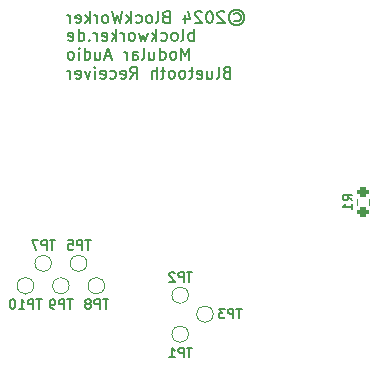
<source format=gbr>
%TF.GenerationSoftware,KiCad,Pcbnew,8.0.5*%
%TF.CreationDate,2025-01-02T11:16:24+01:00*%
%TF.ProjectId,BluetoothReceiver,426c7565-746f-46f7-9468-526563656976,rev?*%
%TF.SameCoordinates,Original*%
%TF.FileFunction,Legend,Bot*%
%TF.FilePolarity,Positive*%
%FSLAX46Y46*%
G04 Gerber Fmt 4.6, Leading zero omitted, Abs format (unit mm)*
G04 Created by KiCad (PCBNEW 8.0.5) date 2025-01-02 11:16:24*
%MOMM*%
%LPD*%
G01*
G04 APERTURE LIST*
G04 Aperture macros list*
%AMRoundRect*
0 Rectangle with rounded corners*
0 $1 Rounding radius*
0 $2 $3 $4 $5 $6 $7 $8 $9 X,Y pos of 4 corners*
0 Add a 4 corners polygon primitive as box body*
4,1,4,$2,$3,$4,$5,$6,$7,$8,$9,$2,$3,0*
0 Add four circle primitives for the rounded corners*
1,1,$1+$1,$2,$3*
1,1,$1+$1,$4,$5*
1,1,$1+$1,$6,$7*
1,1,$1+$1,$8,$9*
0 Add four rect primitives between the rounded corners*
20,1,$1+$1,$2,$3,$4,$5,0*
20,1,$1+$1,$4,$5,$6,$7,0*
20,1,$1+$1,$6,$7,$8,$9,0*
20,1,$1+$1,$8,$9,$2,$3,0*%
G04 Aperture macros list end*
%ADD10C,0.150000*%
%ADD11C,0.120000*%
%ADD12C,0.200000*%
%ADD13C,0.000000*%
%ADD14C,1.000000*%
%ADD15RoundRect,0.200000X0.275000X-0.200000X0.275000X0.200000X-0.275000X0.200000X-0.275000X-0.200000X0*%
G04 APERTURE END LIST*
D10*
X147574875Y-89749847D02*
X147574875Y-88749847D01*
X147574875Y-88749847D02*
X147241542Y-89464132D01*
X147241542Y-89464132D02*
X146908209Y-88749847D01*
X146908209Y-88749847D02*
X146908209Y-89749847D01*
X146289161Y-89749847D02*
X146384399Y-89702228D01*
X146384399Y-89702228D02*
X146432018Y-89654608D01*
X146432018Y-89654608D02*
X146479637Y-89559370D01*
X146479637Y-89559370D02*
X146479637Y-89273656D01*
X146479637Y-89273656D02*
X146432018Y-89178418D01*
X146432018Y-89178418D02*
X146384399Y-89130799D01*
X146384399Y-89130799D02*
X146289161Y-89083180D01*
X146289161Y-89083180D02*
X146146304Y-89083180D01*
X146146304Y-89083180D02*
X146051066Y-89130799D01*
X146051066Y-89130799D02*
X146003447Y-89178418D01*
X146003447Y-89178418D02*
X145955828Y-89273656D01*
X145955828Y-89273656D02*
X145955828Y-89559370D01*
X145955828Y-89559370D02*
X146003447Y-89654608D01*
X146003447Y-89654608D02*
X146051066Y-89702228D01*
X146051066Y-89702228D02*
X146146304Y-89749847D01*
X146146304Y-89749847D02*
X146289161Y-89749847D01*
X145098685Y-89749847D02*
X145098685Y-88749847D01*
X145098685Y-89702228D02*
X145193923Y-89749847D01*
X145193923Y-89749847D02*
X145384399Y-89749847D01*
X145384399Y-89749847D02*
X145479637Y-89702228D01*
X145479637Y-89702228D02*
X145527256Y-89654608D01*
X145527256Y-89654608D02*
X145574875Y-89559370D01*
X145574875Y-89559370D02*
X145574875Y-89273656D01*
X145574875Y-89273656D02*
X145527256Y-89178418D01*
X145527256Y-89178418D02*
X145479637Y-89130799D01*
X145479637Y-89130799D02*
X145384399Y-89083180D01*
X145384399Y-89083180D02*
X145193923Y-89083180D01*
X145193923Y-89083180D02*
X145098685Y-89130799D01*
X144193923Y-89083180D02*
X144193923Y-89749847D01*
X144622494Y-89083180D02*
X144622494Y-89606989D01*
X144622494Y-89606989D02*
X144574875Y-89702228D01*
X144574875Y-89702228D02*
X144479637Y-89749847D01*
X144479637Y-89749847D02*
X144336780Y-89749847D01*
X144336780Y-89749847D02*
X144241542Y-89702228D01*
X144241542Y-89702228D02*
X144193923Y-89654608D01*
X143574875Y-89749847D02*
X143670113Y-89702228D01*
X143670113Y-89702228D02*
X143717732Y-89606989D01*
X143717732Y-89606989D02*
X143717732Y-88749847D01*
X142765351Y-89749847D02*
X142765351Y-89226037D01*
X142765351Y-89226037D02*
X142812970Y-89130799D01*
X142812970Y-89130799D02*
X142908208Y-89083180D01*
X142908208Y-89083180D02*
X143098684Y-89083180D01*
X143098684Y-89083180D02*
X143193922Y-89130799D01*
X142765351Y-89702228D02*
X142860589Y-89749847D01*
X142860589Y-89749847D02*
X143098684Y-89749847D01*
X143098684Y-89749847D02*
X143193922Y-89702228D01*
X143193922Y-89702228D02*
X143241541Y-89606989D01*
X143241541Y-89606989D02*
X143241541Y-89511751D01*
X143241541Y-89511751D02*
X143193922Y-89416513D01*
X143193922Y-89416513D02*
X143098684Y-89368894D01*
X143098684Y-89368894D02*
X142860589Y-89368894D01*
X142860589Y-89368894D02*
X142765351Y-89321275D01*
X142289160Y-89749847D02*
X142289160Y-89083180D01*
X142289160Y-89273656D02*
X142241541Y-89178418D01*
X142241541Y-89178418D02*
X142193922Y-89130799D01*
X142193922Y-89130799D02*
X142098684Y-89083180D01*
X142098684Y-89083180D02*
X142003446Y-89083180D01*
X140955826Y-89464132D02*
X140479636Y-89464132D01*
X141051064Y-89749847D02*
X140717731Y-88749847D01*
X140717731Y-88749847D02*
X140384398Y-89749847D01*
X139622493Y-89083180D02*
X139622493Y-89749847D01*
X140051064Y-89083180D02*
X140051064Y-89606989D01*
X140051064Y-89606989D02*
X140003445Y-89702228D01*
X140003445Y-89702228D02*
X139908207Y-89749847D01*
X139908207Y-89749847D02*
X139765350Y-89749847D01*
X139765350Y-89749847D02*
X139670112Y-89702228D01*
X139670112Y-89702228D02*
X139622493Y-89654608D01*
X138717731Y-89749847D02*
X138717731Y-88749847D01*
X138717731Y-89702228D02*
X138812969Y-89749847D01*
X138812969Y-89749847D02*
X139003445Y-89749847D01*
X139003445Y-89749847D02*
X139098683Y-89702228D01*
X139098683Y-89702228D02*
X139146302Y-89654608D01*
X139146302Y-89654608D02*
X139193921Y-89559370D01*
X139193921Y-89559370D02*
X139193921Y-89273656D01*
X139193921Y-89273656D02*
X139146302Y-89178418D01*
X139146302Y-89178418D02*
X139098683Y-89130799D01*
X139098683Y-89130799D02*
X139003445Y-89083180D01*
X139003445Y-89083180D02*
X138812969Y-89083180D01*
X138812969Y-89083180D02*
X138717731Y-89130799D01*
X138241540Y-89749847D02*
X138241540Y-89083180D01*
X138241540Y-88749847D02*
X138289159Y-88797466D01*
X138289159Y-88797466D02*
X138241540Y-88845085D01*
X138241540Y-88845085D02*
X138193921Y-88797466D01*
X138193921Y-88797466D02*
X138241540Y-88749847D01*
X138241540Y-88749847D02*
X138241540Y-88845085D01*
X137622493Y-89749847D02*
X137717731Y-89702228D01*
X137717731Y-89702228D02*
X137765350Y-89654608D01*
X137765350Y-89654608D02*
X137812969Y-89559370D01*
X137812969Y-89559370D02*
X137812969Y-89273656D01*
X137812969Y-89273656D02*
X137765350Y-89178418D01*
X137765350Y-89178418D02*
X137717731Y-89130799D01*
X137717731Y-89130799D02*
X137622493Y-89083180D01*
X137622493Y-89083180D02*
X137479636Y-89083180D01*
X137479636Y-89083180D02*
X137384398Y-89130799D01*
X137384398Y-89130799D02*
X137336779Y-89178418D01*
X137336779Y-89178418D02*
X137289160Y-89273656D01*
X137289160Y-89273656D02*
X137289160Y-89559370D01*
X137289160Y-89559370D02*
X137336779Y-89654608D01*
X137336779Y-89654608D02*
X137384398Y-89702228D01*
X137384398Y-89702228D02*
X137479636Y-89749847D01*
X137479636Y-89749847D02*
X137622493Y-89749847D01*
X150717734Y-90835981D02*
X150574877Y-90883600D01*
X150574877Y-90883600D02*
X150527258Y-90931219D01*
X150527258Y-90931219D02*
X150479639Y-91026457D01*
X150479639Y-91026457D02*
X150479639Y-91169314D01*
X150479639Y-91169314D02*
X150527258Y-91264552D01*
X150527258Y-91264552D02*
X150574877Y-91312172D01*
X150574877Y-91312172D02*
X150670115Y-91359791D01*
X150670115Y-91359791D02*
X151051067Y-91359791D01*
X151051067Y-91359791D02*
X151051067Y-90359791D01*
X151051067Y-90359791D02*
X150717734Y-90359791D01*
X150717734Y-90359791D02*
X150622496Y-90407410D01*
X150622496Y-90407410D02*
X150574877Y-90455029D01*
X150574877Y-90455029D02*
X150527258Y-90550267D01*
X150527258Y-90550267D02*
X150527258Y-90645505D01*
X150527258Y-90645505D02*
X150574877Y-90740743D01*
X150574877Y-90740743D02*
X150622496Y-90788362D01*
X150622496Y-90788362D02*
X150717734Y-90835981D01*
X150717734Y-90835981D02*
X151051067Y-90835981D01*
X149908210Y-91359791D02*
X150003448Y-91312172D01*
X150003448Y-91312172D02*
X150051067Y-91216933D01*
X150051067Y-91216933D02*
X150051067Y-90359791D01*
X149098686Y-90693124D02*
X149098686Y-91359791D01*
X149527257Y-90693124D02*
X149527257Y-91216933D01*
X149527257Y-91216933D02*
X149479638Y-91312172D01*
X149479638Y-91312172D02*
X149384400Y-91359791D01*
X149384400Y-91359791D02*
X149241543Y-91359791D01*
X149241543Y-91359791D02*
X149146305Y-91312172D01*
X149146305Y-91312172D02*
X149098686Y-91264552D01*
X148241543Y-91312172D02*
X148336781Y-91359791D01*
X148336781Y-91359791D02*
X148527257Y-91359791D01*
X148527257Y-91359791D02*
X148622495Y-91312172D01*
X148622495Y-91312172D02*
X148670114Y-91216933D01*
X148670114Y-91216933D02*
X148670114Y-90835981D01*
X148670114Y-90835981D02*
X148622495Y-90740743D01*
X148622495Y-90740743D02*
X148527257Y-90693124D01*
X148527257Y-90693124D02*
X148336781Y-90693124D01*
X148336781Y-90693124D02*
X148241543Y-90740743D01*
X148241543Y-90740743D02*
X148193924Y-90835981D01*
X148193924Y-90835981D02*
X148193924Y-90931219D01*
X148193924Y-90931219D02*
X148670114Y-91026457D01*
X147908209Y-90693124D02*
X147527257Y-90693124D01*
X147765352Y-90359791D02*
X147765352Y-91216933D01*
X147765352Y-91216933D02*
X147717733Y-91312172D01*
X147717733Y-91312172D02*
X147622495Y-91359791D01*
X147622495Y-91359791D02*
X147527257Y-91359791D01*
X147051066Y-91359791D02*
X147146304Y-91312172D01*
X147146304Y-91312172D02*
X147193923Y-91264552D01*
X147193923Y-91264552D02*
X147241542Y-91169314D01*
X147241542Y-91169314D02*
X147241542Y-90883600D01*
X147241542Y-90883600D02*
X147193923Y-90788362D01*
X147193923Y-90788362D02*
X147146304Y-90740743D01*
X147146304Y-90740743D02*
X147051066Y-90693124D01*
X147051066Y-90693124D02*
X146908209Y-90693124D01*
X146908209Y-90693124D02*
X146812971Y-90740743D01*
X146812971Y-90740743D02*
X146765352Y-90788362D01*
X146765352Y-90788362D02*
X146717733Y-90883600D01*
X146717733Y-90883600D02*
X146717733Y-91169314D01*
X146717733Y-91169314D02*
X146765352Y-91264552D01*
X146765352Y-91264552D02*
X146812971Y-91312172D01*
X146812971Y-91312172D02*
X146908209Y-91359791D01*
X146908209Y-91359791D02*
X147051066Y-91359791D01*
X146146304Y-91359791D02*
X146241542Y-91312172D01*
X146241542Y-91312172D02*
X146289161Y-91264552D01*
X146289161Y-91264552D02*
X146336780Y-91169314D01*
X146336780Y-91169314D02*
X146336780Y-90883600D01*
X146336780Y-90883600D02*
X146289161Y-90788362D01*
X146289161Y-90788362D02*
X146241542Y-90740743D01*
X146241542Y-90740743D02*
X146146304Y-90693124D01*
X146146304Y-90693124D02*
X146003447Y-90693124D01*
X146003447Y-90693124D02*
X145908209Y-90740743D01*
X145908209Y-90740743D02*
X145860590Y-90788362D01*
X145860590Y-90788362D02*
X145812971Y-90883600D01*
X145812971Y-90883600D02*
X145812971Y-91169314D01*
X145812971Y-91169314D02*
X145860590Y-91264552D01*
X145860590Y-91264552D02*
X145908209Y-91312172D01*
X145908209Y-91312172D02*
X146003447Y-91359791D01*
X146003447Y-91359791D02*
X146146304Y-91359791D01*
X145527256Y-90693124D02*
X145146304Y-90693124D01*
X145384399Y-90359791D02*
X145384399Y-91216933D01*
X145384399Y-91216933D02*
X145336780Y-91312172D01*
X145336780Y-91312172D02*
X145241542Y-91359791D01*
X145241542Y-91359791D02*
X145146304Y-91359791D01*
X144812970Y-91359791D02*
X144812970Y-90359791D01*
X144384399Y-91359791D02*
X144384399Y-90835981D01*
X144384399Y-90835981D02*
X144432018Y-90740743D01*
X144432018Y-90740743D02*
X144527256Y-90693124D01*
X144527256Y-90693124D02*
X144670113Y-90693124D01*
X144670113Y-90693124D02*
X144765351Y-90740743D01*
X144765351Y-90740743D02*
X144812970Y-90788362D01*
X142574875Y-91359791D02*
X142908208Y-90883600D01*
X143146303Y-91359791D02*
X143146303Y-90359791D01*
X143146303Y-90359791D02*
X142765351Y-90359791D01*
X142765351Y-90359791D02*
X142670113Y-90407410D01*
X142670113Y-90407410D02*
X142622494Y-90455029D01*
X142622494Y-90455029D02*
X142574875Y-90550267D01*
X142574875Y-90550267D02*
X142574875Y-90693124D01*
X142574875Y-90693124D02*
X142622494Y-90788362D01*
X142622494Y-90788362D02*
X142670113Y-90835981D01*
X142670113Y-90835981D02*
X142765351Y-90883600D01*
X142765351Y-90883600D02*
X143146303Y-90883600D01*
X141765351Y-91312172D02*
X141860589Y-91359791D01*
X141860589Y-91359791D02*
X142051065Y-91359791D01*
X142051065Y-91359791D02*
X142146303Y-91312172D01*
X142146303Y-91312172D02*
X142193922Y-91216933D01*
X142193922Y-91216933D02*
X142193922Y-90835981D01*
X142193922Y-90835981D02*
X142146303Y-90740743D01*
X142146303Y-90740743D02*
X142051065Y-90693124D01*
X142051065Y-90693124D02*
X141860589Y-90693124D01*
X141860589Y-90693124D02*
X141765351Y-90740743D01*
X141765351Y-90740743D02*
X141717732Y-90835981D01*
X141717732Y-90835981D02*
X141717732Y-90931219D01*
X141717732Y-90931219D02*
X142193922Y-91026457D01*
X140860589Y-91312172D02*
X140955827Y-91359791D01*
X140955827Y-91359791D02*
X141146303Y-91359791D01*
X141146303Y-91359791D02*
X141241541Y-91312172D01*
X141241541Y-91312172D02*
X141289160Y-91264552D01*
X141289160Y-91264552D02*
X141336779Y-91169314D01*
X141336779Y-91169314D02*
X141336779Y-90883600D01*
X141336779Y-90883600D02*
X141289160Y-90788362D01*
X141289160Y-90788362D02*
X141241541Y-90740743D01*
X141241541Y-90740743D02*
X141146303Y-90693124D01*
X141146303Y-90693124D02*
X140955827Y-90693124D01*
X140955827Y-90693124D02*
X140860589Y-90740743D01*
X140051065Y-91312172D02*
X140146303Y-91359791D01*
X140146303Y-91359791D02*
X140336779Y-91359791D01*
X140336779Y-91359791D02*
X140432017Y-91312172D01*
X140432017Y-91312172D02*
X140479636Y-91216933D01*
X140479636Y-91216933D02*
X140479636Y-90835981D01*
X140479636Y-90835981D02*
X140432017Y-90740743D01*
X140432017Y-90740743D02*
X140336779Y-90693124D01*
X140336779Y-90693124D02*
X140146303Y-90693124D01*
X140146303Y-90693124D02*
X140051065Y-90740743D01*
X140051065Y-90740743D02*
X140003446Y-90835981D01*
X140003446Y-90835981D02*
X140003446Y-90931219D01*
X140003446Y-90931219D02*
X140479636Y-91026457D01*
X139574874Y-91359791D02*
X139574874Y-90693124D01*
X139574874Y-90359791D02*
X139622493Y-90407410D01*
X139622493Y-90407410D02*
X139574874Y-90455029D01*
X139574874Y-90455029D02*
X139527255Y-90407410D01*
X139527255Y-90407410D02*
X139574874Y-90359791D01*
X139574874Y-90359791D02*
X139574874Y-90455029D01*
X139193922Y-90693124D02*
X138955827Y-91359791D01*
X138955827Y-91359791D02*
X138717732Y-90693124D01*
X137955827Y-91312172D02*
X138051065Y-91359791D01*
X138051065Y-91359791D02*
X138241541Y-91359791D01*
X138241541Y-91359791D02*
X138336779Y-91312172D01*
X138336779Y-91312172D02*
X138384398Y-91216933D01*
X138384398Y-91216933D02*
X138384398Y-90835981D01*
X138384398Y-90835981D02*
X138336779Y-90740743D01*
X138336779Y-90740743D02*
X138241541Y-90693124D01*
X138241541Y-90693124D02*
X138051065Y-90693124D01*
X138051065Y-90693124D02*
X137955827Y-90740743D01*
X137955827Y-90740743D02*
X137908208Y-90835981D01*
X137908208Y-90835981D02*
X137908208Y-90931219D01*
X137908208Y-90931219D02*
X138384398Y-91026457D01*
X137479636Y-91359791D02*
X137479636Y-90693124D01*
X137479636Y-90883600D02*
X137432017Y-90788362D01*
X137432017Y-90788362D02*
X137384398Y-90740743D01*
X137384398Y-90740743D02*
X137289160Y-90693124D01*
X137289160Y-90693124D02*
X137193922Y-90693124D01*
X151384400Y-85892914D02*
X151479639Y-85845295D01*
X151479639Y-85845295D02*
X151670115Y-85845295D01*
X151670115Y-85845295D02*
X151765353Y-85892914D01*
X151765353Y-85892914D02*
X151860591Y-85988152D01*
X151860591Y-85988152D02*
X151908210Y-86083390D01*
X151908210Y-86083390D02*
X151908210Y-86273866D01*
X151908210Y-86273866D02*
X151860591Y-86369104D01*
X151860591Y-86369104D02*
X151765353Y-86464342D01*
X151765353Y-86464342D02*
X151670115Y-86511961D01*
X151670115Y-86511961D02*
X151479639Y-86511961D01*
X151479639Y-86511961D02*
X151384400Y-86464342D01*
X151574877Y-85511961D02*
X151812972Y-85559580D01*
X151812972Y-85559580D02*
X152051067Y-85702438D01*
X152051067Y-85702438D02*
X152193924Y-85940533D01*
X152193924Y-85940533D02*
X152241543Y-86178628D01*
X152241543Y-86178628D02*
X152193924Y-86416723D01*
X152193924Y-86416723D02*
X152051067Y-86654819D01*
X152051067Y-86654819D02*
X151812972Y-86797676D01*
X151812972Y-86797676D02*
X151574877Y-86845295D01*
X151574877Y-86845295D02*
X151336781Y-86797676D01*
X151336781Y-86797676D02*
X151098686Y-86654819D01*
X151098686Y-86654819D02*
X150955829Y-86416723D01*
X150955829Y-86416723D02*
X150908210Y-86178628D01*
X150908210Y-86178628D02*
X150955829Y-85940533D01*
X150955829Y-85940533D02*
X151098686Y-85702438D01*
X151098686Y-85702438D02*
X151336781Y-85559580D01*
X151336781Y-85559580D02*
X151574877Y-85511961D01*
X150527257Y-85750057D02*
X150479638Y-85702438D01*
X150479638Y-85702438D02*
X150384400Y-85654819D01*
X150384400Y-85654819D02*
X150146305Y-85654819D01*
X150146305Y-85654819D02*
X150051067Y-85702438D01*
X150051067Y-85702438D02*
X150003448Y-85750057D01*
X150003448Y-85750057D02*
X149955829Y-85845295D01*
X149955829Y-85845295D02*
X149955829Y-85940533D01*
X149955829Y-85940533D02*
X150003448Y-86083390D01*
X150003448Y-86083390D02*
X150574876Y-86654819D01*
X150574876Y-86654819D02*
X149955829Y-86654819D01*
X149336781Y-85654819D02*
X149241543Y-85654819D01*
X149241543Y-85654819D02*
X149146305Y-85702438D01*
X149146305Y-85702438D02*
X149098686Y-85750057D01*
X149098686Y-85750057D02*
X149051067Y-85845295D01*
X149051067Y-85845295D02*
X149003448Y-86035771D01*
X149003448Y-86035771D02*
X149003448Y-86273866D01*
X149003448Y-86273866D02*
X149051067Y-86464342D01*
X149051067Y-86464342D02*
X149098686Y-86559580D01*
X149098686Y-86559580D02*
X149146305Y-86607200D01*
X149146305Y-86607200D02*
X149241543Y-86654819D01*
X149241543Y-86654819D02*
X149336781Y-86654819D01*
X149336781Y-86654819D02*
X149432019Y-86607200D01*
X149432019Y-86607200D02*
X149479638Y-86559580D01*
X149479638Y-86559580D02*
X149527257Y-86464342D01*
X149527257Y-86464342D02*
X149574876Y-86273866D01*
X149574876Y-86273866D02*
X149574876Y-86035771D01*
X149574876Y-86035771D02*
X149527257Y-85845295D01*
X149527257Y-85845295D02*
X149479638Y-85750057D01*
X149479638Y-85750057D02*
X149432019Y-85702438D01*
X149432019Y-85702438D02*
X149336781Y-85654819D01*
X148622495Y-85750057D02*
X148574876Y-85702438D01*
X148574876Y-85702438D02*
X148479638Y-85654819D01*
X148479638Y-85654819D02*
X148241543Y-85654819D01*
X148241543Y-85654819D02*
X148146305Y-85702438D01*
X148146305Y-85702438D02*
X148098686Y-85750057D01*
X148098686Y-85750057D02*
X148051067Y-85845295D01*
X148051067Y-85845295D02*
X148051067Y-85940533D01*
X148051067Y-85940533D02*
X148098686Y-86083390D01*
X148098686Y-86083390D02*
X148670114Y-86654819D01*
X148670114Y-86654819D02*
X148051067Y-86654819D01*
X147193924Y-85988152D02*
X147193924Y-86654819D01*
X147432019Y-85607200D02*
X147670114Y-86321485D01*
X147670114Y-86321485D02*
X147051067Y-86321485D01*
X145574876Y-86131009D02*
X145432019Y-86178628D01*
X145432019Y-86178628D02*
X145384400Y-86226247D01*
X145384400Y-86226247D02*
X145336781Y-86321485D01*
X145336781Y-86321485D02*
X145336781Y-86464342D01*
X145336781Y-86464342D02*
X145384400Y-86559580D01*
X145384400Y-86559580D02*
X145432019Y-86607200D01*
X145432019Y-86607200D02*
X145527257Y-86654819D01*
X145527257Y-86654819D02*
X145908209Y-86654819D01*
X145908209Y-86654819D02*
X145908209Y-85654819D01*
X145908209Y-85654819D02*
X145574876Y-85654819D01*
X145574876Y-85654819D02*
X145479638Y-85702438D01*
X145479638Y-85702438D02*
X145432019Y-85750057D01*
X145432019Y-85750057D02*
X145384400Y-85845295D01*
X145384400Y-85845295D02*
X145384400Y-85940533D01*
X145384400Y-85940533D02*
X145432019Y-86035771D01*
X145432019Y-86035771D02*
X145479638Y-86083390D01*
X145479638Y-86083390D02*
X145574876Y-86131009D01*
X145574876Y-86131009D02*
X145908209Y-86131009D01*
X144765352Y-86654819D02*
X144860590Y-86607200D01*
X144860590Y-86607200D02*
X144908209Y-86511961D01*
X144908209Y-86511961D02*
X144908209Y-85654819D01*
X144241542Y-86654819D02*
X144336780Y-86607200D01*
X144336780Y-86607200D02*
X144384399Y-86559580D01*
X144384399Y-86559580D02*
X144432018Y-86464342D01*
X144432018Y-86464342D02*
X144432018Y-86178628D01*
X144432018Y-86178628D02*
X144384399Y-86083390D01*
X144384399Y-86083390D02*
X144336780Y-86035771D01*
X144336780Y-86035771D02*
X144241542Y-85988152D01*
X144241542Y-85988152D02*
X144098685Y-85988152D01*
X144098685Y-85988152D02*
X144003447Y-86035771D01*
X144003447Y-86035771D02*
X143955828Y-86083390D01*
X143955828Y-86083390D02*
X143908209Y-86178628D01*
X143908209Y-86178628D02*
X143908209Y-86464342D01*
X143908209Y-86464342D02*
X143955828Y-86559580D01*
X143955828Y-86559580D02*
X144003447Y-86607200D01*
X144003447Y-86607200D02*
X144098685Y-86654819D01*
X144098685Y-86654819D02*
X144241542Y-86654819D01*
X143051066Y-86607200D02*
X143146304Y-86654819D01*
X143146304Y-86654819D02*
X143336780Y-86654819D01*
X143336780Y-86654819D02*
X143432018Y-86607200D01*
X143432018Y-86607200D02*
X143479637Y-86559580D01*
X143479637Y-86559580D02*
X143527256Y-86464342D01*
X143527256Y-86464342D02*
X143527256Y-86178628D01*
X143527256Y-86178628D02*
X143479637Y-86083390D01*
X143479637Y-86083390D02*
X143432018Y-86035771D01*
X143432018Y-86035771D02*
X143336780Y-85988152D01*
X143336780Y-85988152D02*
X143146304Y-85988152D01*
X143146304Y-85988152D02*
X143051066Y-86035771D01*
X142622494Y-86654819D02*
X142622494Y-85654819D01*
X142527256Y-86273866D02*
X142241542Y-86654819D01*
X142241542Y-85988152D02*
X142622494Y-86369104D01*
X141908208Y-85654819D02*
X141670113Y-86654819D01*
X141670113Y-86654819D02*
X141479637Y-85940533D01*
X141479637Y-85940533D02*
X141289161Y-86654819D01*
X141289161Y-86654819D02*
X141051066Y-85654819D01*
X140527256Y-86654819D02*
X140622494Y-86607200D01*
X140622494Y-86607200D02*
X140670113Y-86559580D01*
X140670113Y-86559580D02*
X140717732Y-86464342D01*
X140717732Y-86464342D02*
X140717732Y-86178628D01*
X140717732Y-86178628D02*
X140670113Y-86083390D01*
X140670113Y-86083390D02*
X140622494Y-86035771D01*
X140622494Y-86035771D02*
X140527256Y-85988152D01*
X140527256Y-85988152D02*
X140384399Y-85988152D01*
X140384399Y-85988152D02*
X140289161Y-86035771D01*
X140289161Y-86035771D02*
X140241542Y-86083390D01*
X140241542Y-86083390D02*
X140193923Y-86178628D01*
X140193923Y-86178628D02*
X140193923Y-86464342D01*
X140193923Y-86464342D02*
X140241542Y-86559580D01*
X140241542Y-86559580D02*
X140289161Y-86607200D01*
X140289161Y-86607200D02*
X140384399Y-86654819D01*
X140384399Y-86654819D02*
X140527256Y-86654819D01*
X139765351Y-86654819D02*
X139765351Y-85988152D01*
X139765351Y-86178628D02*
X139717732Y-86083390D01*
X139717732Y-86083390D02*
X139670113Y-86035771D01*
X139670113Y-86035771D02*
X139574875Y-85988152D01*
X139574875Y-85988152D02*
X139479637Y-85988152D01*
X139146303Y-86654819D02*
X139146303Y-85654819D01*
X139051065Y-86273866D02*
X138765351Y-86654819D01*
X138765351Y-85988152D02*
X139146303Y-86369104D01*
X137955827Y-86607200D02*
X138051065Y-86654819D01*
X138051065Y-86654819D02*
X138241541Y-86654819D01*
X138241541Y-86654819D02*
X138336779Y-86607200D01*
X138336779Y-86607200D02*
X138384398Y-86511961D01*
X138384398Y-86511961D02*
X138384398Y-86131009D01*
X138384398Y-86131009D02*
X138336779Y-86035771D01*
X138336779Y-86035771D02*
X138241541Y-85988152D01*
X138241541Y-85988152D02*
X138051065Y-85988152D01*
X138051065Y-85988152D02*
X137955827Y-86035771D01*
X137955827Y-86035771D02*
X137908208Y-86131009D01*
X137908208Y-86131009D02*
X137908208Y-86226247D01*
X137908208Y-86226247D02*
X138384398Y-86321485D01*
X137479636Y-86654819D02*
X137479636Y-85988152D01*
X137479636Y-86178628D02*
X137432017Y-86083390D01*
X137432017Y-86083390D02*
X137384398Y-86035771D01*
X137384398Y-86035771D02*
X137289160Y-85988152D01*
X137289160Y-85988152D02*
X137193922Y-85988152D01*
X147955828Y-88154819D02*
X147955828Y-87154819D01*
X147955828Y-87535771D02*
X147860590Y-87488152D01*
X147860590Y-87488152D02*
X147670114Y-87488152D01*
X147670114Y-87488152D02*
X147574876Y-87535771D01*
X147574876Y-87535771D02*
X147527257Y-87583390D01*
X147527257Y-87583390D02*
X147479638Y-87678628D01*
X147479638Y-87678628D02*
X147479638Y-87964342D01*
X147479638Y-87964342D02*
X147527257Y-88059580D01*
X147527257Y-88059580D02*
X147574876Y-88107200D01*
X147574876Y-88107200D02*
X147670114Y-88154819D01*
X147670114Y-88154819D02*
X147860590Y-88154819D01*
X147860590Y-88154819D02*
X147955828Y-88107200D01*
X146908209Y-88154819D02*
X147003447Y-88107200D01*
X147003447Y-88107200D02*
X147051066Y-88011961D01*
X147051066Y-88011961D02*
X147051066Y-87154819D01*
X146384399Y-88154819D02*
X146479637Y-88107200D01*
X146479637Y-88107200D02*
X146527256Y-88059580D01*
X146527256Y-88059580D02*
X146574875Y-87964342D01*
X146574875Y-87964342D02*
X146574875Y-87678628D01*
X146574875Y-87678628D02*
X146527256Y-87583390D01*
X146527256Y-87583390D02*
X146479637Y-87535771D01*
X146479637Y-87535771D02*
X146384399Y-87488152D01*
X146384399Y-87488152D02*
X146241542Y-87488152D01*
X146241542Y-87488152D02*
X146146304Y-87535771D01*
X146146304Y-87535771D02*
X146098685Y-87583390D01*
X146098685Y-87583390D02*
X146051066Y-87678628D01*
X146051066Y-87678628D02*
X146051066Y-87964342D01*
X146051066Y-87964342D02*
X146098685Y-88059580D01*
X146098685Y-88059580D02*
X146146304Y-88107200D01*
X146146304Y-88107200D02*
X146241542Y-88154819D01*
X146241542Y-88154819D02*
X146384399Y-88154819D01*
X145193923Y-88107200D02*
X145289161Y-88154819D01*
X145289161Y-88154819D02*
X145479637Y-88154819D01*
X145479637Y-88154819D02*
X145574875Y-88107200D01*
X145574875Y-88107200D02*
X145622494Y-88059580D01*
X145622494Y-88059580D02*
X145670113Y-87964342D01*
X145670113Y-87964342D02*
X145670113Y-87678628D01*
X145670113Y-87678628D02*
X145622494Y-87583390D01*
X145622494Y-87583390D02*
X145574875Y-87535771D01*
X145574875Y-87535771D02*
X145479637Y-87488152D01*
X145479637Y-87488152D02*
X145289161Y-87488152D01*
X145289161Y-87488152D02*
X145193923Y-87535771D01*
X144765351Y-88154819D02*
X144765351Y-87154819D01*
X144670113Y-87773866D02*
X144384399Y-88154819D01*
X144384399Y-87488152D02*
X144765351Y-87869104D01*
X144051065Y-87488152D02*
X143860589Y-88154819D01*
X143860589Y-88154819D02*
X143670113Y-87678628D01*
X143670113Y-87678628D02*
X143479637Y-88154819D01*
X143479637Y-88154819D02*
X143289161Y-87488152D01*
X142765351Y-88154819D02*
X142860589Y-88107200D01*
X142860589Y-88107200D02*
X142908208Y-88059580D01*
X142908208Y-88059580D02*
X142955827Y-87964342D01*
X142955827Y-87964342D02*
X142955827Y-87678628D01*
X142955827Y-87678628D02*
X142908208Y-87583390D01*
X142908208Y-87583390D02*
X142860589Y-87535771D01*
X142860589Y-87535771D02*
X142765351Y-87488152D01*
X142765351Y-87488152D02*
X142622494Y-87488152D01*
X142622494Y-87488152D02*
X142527256Y-87535771D01*
X142527256Y-87535771D02*
X142479637Y-87583390D01*
X142479637Y-87583390D02*
X142432018Y-87678628D01*
X142432018Y-87678628D02*
X142432018Y-87964342D01*
X142432018Y-87964342D02*
X142479637Y-88059580D01*
X142479637Y-88059580D02*
X142527256Y-88107200D01*
X142527256Y-88107200D02*
X142622494Y-88154819D01*
X142622494Y-88154819D02*
X142765351Y-88154819D01*
X142003446Y-88154819D02*
X142003446Y-87488152D01*
X142003446Y-87678628D02*
X141955827Y-87583390D01*
X141955827Y-87583390D02*
X141908208Y-87535771D01*
X141908208Y-87535771D02*
X141812970Y-87488152D01*
X141812970Y-87488152D02*
X141717732Y-87488152D01*
X141384398Y-88154819D02*
X141384398Y-87154819D01*
X141289160Y-87773866D02*
X141003446Y-88154819D01*
X141003446Y-87488152D02*
X141384398Y-87869104D01*
X140193922Y-88107200D02*
X140289160Y-88154819D01*
X140289160Y-88154819D02*
X140479636Y-88154819D01*
X140479636Y-88154819D02*
X140574874Y-88107200D01*
X140574874Y-88107200D02*
X140622493Y-88011961D01*
X140622493Y-88011961D02*
X140622493Y-87631009D01*
X140622493Y-87631009D02*
X140574874Y-87535771D01*
X140574874Y-87535771D02*
X140479636Y-87488152D01*
X140479636Y-87488152D02*
X140289160Y-87488152D01*
X140289160Y-87488152D02*
X140193922Y-87535771D01*
X140193922Y-87535771D02*
X140146303Y-87631009D01*
X140146303Y-87631009D02*
X140146303Y-87726247D01*
X140146303Y-87726247D02*
X140622493Y-87821485D01*
X139717731Y-88154819D02*
X139717731Y-87488152D01*
X139717731Y-87678628D02*
X139670112Y-87583390D01*
X139670112Y-87583390D02*
X139622493Y-87535771D01*
X139622493Y-87535771D02*
X139527255Y-87488152D01*
X139527255Y-87488152D02*
X139432017Y-87488152D01*
X139098683Y-88059580D02*
X139051064Y-88107200D01*
X139051064Y-88107200D02*
X139098683Y-88154819D01*
X139098683Y-88154819D02*
X139146302Y-88107200D01*
X139146302Y-88107200D02*
X139098683Y-88059580D01*
X139098683Y-88059580D02*
X139098683Y-88154819D01*
X138193922Y-88154819D02*
X138193922Y-87154819D01*
X138193922Y-88107200D02*
X138289160Y-88154819D01*
X138289160Y-88154819D02*
X138479636Y-88154819D01*
X138479636Y-88154819D02*
X138574874Y-88107200D01*
X138574874Y-88107200D02*
X138622493Y-88059580D01*
X138622493Y-88059580D02*
X138670112Y-87964342D01*
X138670112Y-87964342D02*
X138670112Y-87678628D01*
X138670112Y-87678628D02*
X138622493Y-87583390D01*
X138622493Y-87583390D02*
X138574874Y-87535771D01*
X138574874Y-87535771D02*
X138479636Y-87488152D01*
X138479636Y-87488152D02*
X138289160Y-87488152D01*
X138289160Y-87488152D02*
X138193922Y-87535771D01*
X137336779Y-88107200D02*
X137432017Y-88154819D01*
X137432017Y-88154819D02*
X137622493Y-88154819D01*
X137622493Y-88154819D02*
X137717731Y-88107200D01*
X137717731Y-88107200D02*
X137765350Y-88011961D01*
X137765350Y-88011961D02*
X137765350Y-87631009D01*
X137765350Y-87631009D02*
X137717731Y-87535771D01*
X137717731Y-87535771D02*
X137622493Y-87488152D01*
X137622493Y-87488152D02*
X137432017Y-87488152D01*
X137432017Y-87488152D02*
X137336779Y-87535771D01*
X137336779Y-87535771D02*
X137289160Y-87631009D01*
X137289160Y-87631009D02*
X137289160Y-87726247D01*
X137289160Y-87726247D02*
X137765350Y-87821485D01*
X135090476Y-110062295D02*
X134633333Y-110062295D01*
X134861905Y-110862295D02*
X134861905Y-110062295D01*
X134366666Y-110862295D02*
X134366666Y-110062295D01*
X134366666Y-110062295D02*
X134061904Y-110062295D01*
X134061904Y-110062295D02*
X133985714Y-110100390D01*
X133985714Y-110100390D02*
X133947619Y-110138485D01*
X133947619Y-110138485D02*
X133909523Y-110214676D01*
X133909523Y-110214676D02*
X133909523Y-110328961D01*
X133909523Y-110328961D02*
X133947619Y-110405152D01*
X133947619Y-110405152D02*
X133985714Y-110443247D01*
X133985714Y-110443247D02*
X134061904Y-110481342D01*
X134061904Y-110481342D02*
X134366666Y-110481342D01*
X133147619Y-110862295D02*
X133604762Y-110862295D01*
X133376190Y-110862295D02*
X133376190Y-110062295D01*
X133376190Y-110062295D02*
X133452381Y-110176580D01*
X133452381Y-110176580D02*
X133528571Y-110252771D01*
X133528571Y-110252771D02*
X133604762Y-110290866D01*
X132652380Y-110062295D02*
X132576190Y-110062295D01*
X132576190Y-110062295D02*
X132499999Y-110100390D01*
X132499999Y-110100390D02*
X132461904Y-110138485D01*
X132461904Y-110138485D02*
X132423809Y-110214676D01*
X132423809Y-110214676D02*
X132385714Y-110367057D01*
X132385714Y-110367057D02*
X132385714Y-110557533D01*
X132385714Y-110557533D02*
X132423809Y-110709914D01*
X132423809Y-110709914D02*
X132461904Y-110786104D01*
X132461904Y-110786104D02*
X132499999Y-110824200D01*
X132499999Y-110824200D02*
X132576190Y-110862295D01*
X132576190Y-110862295D02*
X132652380Y-110862295D01*
X132652380Y-110862295D02*
X132728571Y-110824200D01*
X132728571Y-110824200D02*
X132766666Y-110786104D01*
X132766666Y-110786104D02*
X132804761Y-110709914D01*
X132804761Y-110709914D02*
X132842857Y-110557533D01*
X132842857Y-110557533D02*
X132842857Y-110367057D01*
X132842857Y-110367057D02*
X132804761Y-110214676D01*
X132804761Y-110214676D02*
X132766666Y-110138485D01*
X132766666Y-110138485D02*
X132728571Y-110100390D01*
X132728571Y-110100390D02*
X132652380Y-110062295D01*
X137709523Y-110062295D02*
X137252380Y-110062295D01*
X137480952Y-110862295D02*
X137480952Y-110062295D01*
X136985713Y-110862295D02*
X136985713Y-110062295D01*
X136985713Y-110062295D02*
X136680951Y-110062295D01*
X136680951Y-110062295D02*
X136604761Y-110100390D01*
X136604761Y-110100390D02*
X136566666Y-110138485D01*
X136566666Y-110138485D02*
X136528570Y-110214676D01*
X136528570Y-110214676D02*
X136528570Y-110328961D01*
X136528570Y-110328961D02*
X136566666Y-110405152D01*
X136566666Y-110405152D02*
X136604761Y-110443247D01*
X136604761Y-110443247D02*
X136680951Y-110481342D01*
X136680951Y-110481342D02*
X136985713Y-110481342D01*
X136147618Y-110862295D02*
X135995237Y-110862295D01*
X135995237Y-110862295D02*
X135919047Y-110824200D01*
X135919047Y-110824200D02*
X135880951Y-110786104D01*
X135880951Y-110786104D02*
X135804761Y-110671819D01*
X135804761Y-110671819D02*
X135766666Y-110519438D01*
X135766666Y-110519438D02*
X135766666Y-110214676D01*
X135766666Y-110214676D02*
X135804761Y-110138485D01*
X135804761Y-110138485D02*
X135842856Y-110100390D01*
X135842856Y-110100390D02*
X135919047Y-110062295D01*
X135919047Y-110062295D02*
X136071428Y-110062295D01*
X136071428Y-110062295D02*
X136147618Y-110100390D01*
X136147618Y-110100390D02*
X136185713Y-110138485D01*
X136185713Y-110138485D02*
X136223809Y-110214676D01*
X136223809Y-110214676D02*
X136223809Y-110405152D01*
X136223809Y-110405152D02*
X136185713Y-110481342D01*
X136185713Y-110481342D02*
X136147618Y-110519438D01*
X136147618Y-110519438D02*
X136071428Y-110557533D01*
X136071428Y-110557533D02*
X135919047Y-110557533D01*
X135919047Y-110557533D02*
X135842856Y-110519438D01*
X135842856Y-110519438D02*
X135804761Y-110481342D01*
X135804761Y-110481342D02*
X135766666Y-110405152D01*
X140709523Y-110062295D02*
X140252380Y-110062295D01*
X140480952Y-110862295D02*
X140480952Y-110062295D01*
X139985713Y-110862295D02*
X139985713Y-110062295D01*
X139985713Y-110062295D02*
X139680951Y-110062295D01*
X139680951Y-110062295D02*
X139604761Y-110100390D01*
X139604761Y-110100390D02*
X139566666Y-110138485D01*
X139566666Y-110138485D02*
X139528570Y-110214676D01*
X139528570Y-110214676D02*
X139528570Y-110328961D01*
X139528570Y-110328961D02*
X139566666Y-110405152D01*
X139566666Y-110405152D02*
X139604761Y-110443247D01*
X139604761Y-110443247D02*
X139680951Y-110481342D01*
X139680951Y-110481342D02*
X139985713Y-110481342D01*
X139071428Y-110405152D02*
X139147618Y-110367057D01*
X139147618Y-110367057D02*
X139185713Y-110328961D01*
X139185713Y-110328961D02*
X139223809Y-110252771D01*
X139223809Y-110252771D02*
X139223809Y-110214676D01*
X139223809Y-110214676D02*
X139185713Y-110138485D01*
X139185713Y-110138485D02*
X139147618Y-110100390D01*
X139147618Y-110100390D02*
X139071428Y-110062295D01*
X139071428Y-110062295D02*
X138919047Y-110062295D01*
X138919047Y-110062295D02*
X138842856Y-110100390D01*
X138842856Y-110100390D02*
X138804761Y-110138485D01*
X138804761Y-110138485D02*
X138766666Y-110214676D01*
X138766666Y-110214676D02*
X138766666Y-110252771D01*
X138766666Y-110252771D02*
X138804761Y-110328961D01*
X138804761Y-110328961D02*
X138842856Y-110367057D01*
X138842856Y-110367057D02*
X138919047Y-110405152D01*
X138919047Y-110405152D02*
X139071428Y-110405152D01*
X139071428Y-110405152D02*
X139147618Y-110443247D01*
X139147618Y-110443247D02*
X139185713Y-110481342D01*
X139185713Y-110481342D02*
X139223809Y-110557533D01*
X139223809Y-110557533D02*
X139223809Y-110709914D01*
X139223809Y-110709914D02*
X139185713Y-110786104D01*
X139185713Y-110786104D02*
X139147618Y-110824200D01*
X139147618Y-110824200D02*
X139071428Y-110862295D01*
X139071428Y-110862295D02*
X138919047Y-110862295D01*
X138919047Y-110862295D02*
X138842856Y-110824200D01*
X138842856Y-110824200D02*
X138804761Y-110786104D01*
X138804761Y-110786104D02*
X138766666Y-110709914D01*
X138766666Y-110709914D02*
X138766666Y-110557533D01*
X138766666Y-110557533D02*
X138804761Y-110481342D01*
X138804761Y-110481342D02*
X138842856Y-110443247D01*
X138842856Y-110443247D02*
X138919047Y-110405152D01*
X136209523Y-105062295D02*
X135752380Y-105062295D01*
X135980952Y-105862295D02*
X135980952Y-105062295D01*
X135485713Y-105862295D02*
X135485713Y-105062295D01*
X135485713Y-105062295D02*
X135180951Y-105062295D01*
X135180951Y-105062295D02*
X135104761Y-105100390D01*
X135104761Y-105100390D02*
X135066666Y-105138485D01*
X135066666Y-105138485D02*
X135028570Y-105214676D01*
X135028570Y-105214676D02*
X135028570Y-105328961D01*
X135028570Y-105328961D02*
X135066666Y-105405152D01*
X135066666Y-105405152D02*
X135104761Y-105443247D01*
X135104761Y-105443247D02*
X135180951Y-105481342D01*
X135180951Y-105481342D02*
X135485713Y-105481342D01*
X134761904Y-105062295D02*
X134228570Y-105062295D01*
X134228570Y-105062295D02*
X134571428Y-105862295D01*
X139209523Y-105062295D02*
X138752380Y-105062295D01*
X138980952Y-105862295D02*
X138980952Y-105062295D01*
X138485713Y-105862295D02*
X138485713Y-105062295D01*
X138485713Y-105062295D02*
X138180951Y-105062295D01*
X138180951Y-105062295D02*
X138104761Y-105100390D01*
X138104761Y-105100390D02*
X138066666Y-105138485D01*
X138066666Y-105138485D02*
X138028570Y-105214676D01*
X138028570Y-105214676D02*
X138028570Y-105328961D01*
X138028570Y-105328961D02*
X138066666Y-105405152D01*
X138066666Y-105405152D02*
X138104761Y-105443247D01*
X138104761Y-105443247D02*
X138180951Y-105481342D01*
X138180951Y-105481342D02*
X138485713Y-105481342D01*
X137304761Y-105062295D02*
X137685713Y-105062295D01*
X137685713Y-105062295D02*
X137723809Y-105443247D01*
X137723809Y-105443247D02*
X137685713Y-105405152D01*
X137685713Y-105405152D02*
X137609523Y-105367057D01*
X137609523Y-105367057D02*
X137419047Y-105367057D01*
X137419047Y-105367057D02*
X137342856Y-105405152D01*
X137342856Y-105405152D02*
X137304761Y-105443247D01*
X137304761Y-105443247D02*
X137266666Y-105519438D01*
X137266666Y-105519438D02*
X137266666Y-105709914D01*
X137266666Y-105709914D02*
X137304761Y-105786104D01*
X137304761Y-105786104D02*
X137342856Y-105824200D01*
X137342856Y-105824200D02*
X137419047Y-105862295D01*
X137419047Y-105862295D02*
X137609523Y-105862295D01*
X137609523Y-105862295D02*
X137685713Y-105824200D01*
X137685713Y-105824200D02*
X137723809Y-105786104D01*
X152009523Y-110862295D02*
X151552380Y-110862295D01*
X151780952Y-111662295D02*
X151780952Y-110862295D01*
X151285713Y-111662295D02*
X151285713Y-110862295D01*
X151285713Y-110862295D02*
X150980951Y-110862295D01*
X150980951Y-110862295D02*
X150904761Y-110900390D01*
X150904761Y-110900390D02*
X150866666Y-110938485D01*
X150866666Y-110938485D02*
X150828570Y-111014676D01*
X150828570Y-111014676D02*
X150828570Y-111128961D01*
X150828570Y-111128961D02*
X150866666Y-111205152D01*
X150866666Y-111205152D02*
X150904761Y-111243247D01*
X150904761Y-111243247D02*
X150980951Y-111281342D01*
X150980951Y-111281342D02*
X151285713Y-111281342D01*
X150561904Y-110862295D02*
X150066666Y-110862295D01*
X150066666Y-110862295D02*
X150333332Y-111167057D01*
X150333332Y-111167057D02*
X150219047Y-111167057D01*
X150219047Y-111167057D02*
X150142856Y-111205152D01*
X150142856Y-111205152D02*
X150104761Y-111243247D01*
X150104761Y-111243247D02*
X150066666Y-111319438D01*
X150066666Y-111319438D02*
X150066666Y-111509914D01*
X150066666Y-111509914D02*
X150104761Y-111586104D01*
X150104761Y-111586104D02*
X150142856Y-111624200D01*
X150142856Y-111624200D02*
X150219047Y-111662295D01*
X150219047Y-111662295D02*
X150447618Y-111662295D01*
X150447618Y-111662295D02*
X150523809Y-111624200D01*
X150523809Y-111624200D02*
X150561904Y-111586104D01*
X147809523Y-107762295D02*
X147352380Y-107762295D01*
X147580952Y-108562295D02*
X147580952Y-107762295D01*
X147085713Y-108562295D02*
X147085713Y-107762295D01*
X147085713Y-107762295D02*
X146780951Y-107762295D01*
X146780951Y-107762295D02*
X146704761Y-107800390D01*
X146704761Y-107800390D02*
X146666666Y-107838485D01*
X146666666Y-107838485D02*
X146628570Y-107914676D01*
X146628570Y-107914676D02*
X146628570Y-108028961D01*
X146628570Y-108028961D02*
X146666666Y-108105152D01*
X146666666Y-108105152D02*
X146704761Y-108143247D01*
X146704761Y-108143247D02*
X146780951Y-108181342D01*
X146780951Y-108181342D02*
X147085713Y-108181342D01*
X146323809Y-107838485D02*
X146285713Y-107800390D01*
X146285713Y-107800390D02*
X146209523Y-107762295D01*
X146209523Y-107762295D02*
X146019047Y-107762295D01*
X146019047Y-107762295D02*
X145942856Y-107800390D01*
X145942856Y-107800390D02*
X145904761Y-107838485D01*
X145904761Y-107838485D02*
X145866666Y-107914676D01*
X145866666Y-107914676D02*
X145866666Y-107990866D01*
X145866666Y-107990866D02*
X145904761Y-108105152D01*
X145904761Y-108105152D02*
X146361904Y-108562295D01*
X146361904Y-108562295D02*
X145866666Y-108562295D01*
X147809523Y-114162295D02*
X147352380Y-114162295D01*
X147580952Y-114962295D02*
X147580952Y-114162295D01*
X147085713Y-114962295D02*
X147085713Y-114162295D01*
X147085713Y-114162295D02*
X146780951Y-114162295D01*
X146780951Y-114162295D02*
X146704761Y-114200390D01*
X146704761Y-114200390D02*
X146666666Y-114238485D01*
X146666666Y-114238485D02*
X146628570Y-114314676D01*
X146628570Y-114314676D02*
X146628570Y-114428961D01*
X146628570Y-114428961D02*
X146666666Y-114505152D01*
X146666666Y-114505152D02*
X146704761Y-114543247D01*
X146704761Y-114543247D02*
X146780951Y-114581342D01*
X146780951Y-114581342D02*
X147085713Y-114581342D01*
X145866666Y-114962295D02*
X146323809Y-114962295D01*
X146095237Y-114962295D02*
X146095237Y-114162295D01*
X146095237Y-114162295D02*
X146171428Y-114276580D01*
X146171428Y-114276580D02*
X146247618Y-114352771D01*
X146247618Y-114352771D02*
X146323809Y-114390866D01*
X161362295Y-101666667D02*
X160981342Y-101400000D01*
X161362295Y-101209524D02*
X160562295Y-101209524D01*
X160562295Y-101209524D02*
X160562295Y-101514286D01*
X160562295Y-101514286D02*
X160600390Y-101590476D01*
X160600390Y-101590476D02*
X160638485Y-101628571D01*
X160638485Y-101628571D02*
X160714676Y-101666667D01*
X160714676Y-101666667D02*
X160828961Y-101666667D01*
X160828961Y-101666667D02*
X160905152Y-101628571D01*
X160905152Y-101628571D02*
X160943247Y-101590476D01*
X160943247Y-101590476D02*
X160981342Y-101514286D01*
X160981342Y-101514286D02*
X160981342Y-101209524D01*
X161362295Y-102428571D02*
X161362295Y-101971428D01*
X161362295Y-102200000D02*
X160562295Y-102200000D01*
X160562295Y-102200000D02*
X160676580Y-102123809D01*
X160676580Y-102123809D02*
X160752771Y-102047619D01*
X160752771Y-102047619D02*
X160790866Y-101971428D01*
D11*
%TO.C,TP10*%
X134400000Y-108900000D02*
G75*
G02*
X133000000Y-108900000I-700000J0D01*
G01*
X133000000Y-108900000D02*
G75*
G02*
X134400000Y-108900000I700000J0D01*
G01*
%TO.C,TP9*%
X137400000Y-108900000D02*
G75*
G02*
X136000000Y-108900000I-700000J0D01*
G01*
X136000000Y-108900000D02*
G75*
G02*
X137400000Y-108900000I700000J0D01*
G01*
%TO.C,TP8*%
X140400000Y-108900000D02*
G75*
G02*
X139000000Y-108900000I-700000J0D01*
G01*
X139000000Y-108900000D02*
G75*
G02*
X140400000Y-108900000I700000J0D01*
G01*
%TO.C,TP7*%
X135900000Y-107000000D02*
G75*
G02*
X134500000Y-107000000I-700000J0D01*
G01*
X134500000Y-107000000D02*
G75*
G02*
X135900000Y-107000000I700000J0D01*
G01*
%TO.C,TP5*%
X138900000Y-107000000D02*
G75*
G02*
X137500000Y-107000000I-700000J0D01*
G01*
X137500000Y-107000000D02*
G75*
G02*
X138900000Y-107000000I700000J0D01*
G01*
%TO.C,TP3*%
X149600000Y-111300000D02*
G75*
G02*
X148200000Y-111300000I-700000J0D01*
G01*
X148200000Y-111300000D02*
G75*
G02*
X149600000Y-111300000I700000J0D01*
G01*
%TO.C,TP2*%
X147500000Y-109700000D02*
G75*
G02*
X146100000Y-109700000I-700000J0D01*
G01*
X146100000Y-109700000D02*
G75*
G02*
X147500000Y-109700000I700000J0D01*
G01*
%TO.C,TP1*%
X147500000Y-113000000D02*
G75*
G02*
X146100000Y-113000000I-700000J0D01*
G01*
X146100000Y-113000000D02*
G75*
G02*
X147500000Y-113000000I700000J0D01*
G01*
%TO.C,R1*%
X162822500Y-101562742D02*
X162822500Y-102037258D01*
X161777500Y-101562742D02*
X161777500Y-102037258D01*
%TD*%
%LPC*%
D12*
%TO.C,REF\u002A\u002A*%
X136200000Y-86200000D02*
X136200000Y-91000000D01*
X135400000Y-91800000D01*
X127000000Y-91800000D01*
X126200000Y-91000000D01*
X126200000Y-86200000D01*
X127000000Y-85400000D01*
X135400000Y-85400000D01*
X136200000Y-86200000D01*
D13*
G36*
X135400000Y-87000000D02*
G01*
X133000000Y-87000000D01*
X132600000Y-87400000D01*
X132600000Y-87800000D01*
X133000000Y-88200000D01*
X131800000Y-88200000D01*
X131800000Y-86600000D01*
X132200000Y-86200000D01*
X135400000Y-86200000D01*
X135400000Y-87000000D01*
G37*
G36*
X135400000Y-91000000D02*
G01*
X132200000Y-91000000D01*
X131800000Y-90600000D01*
X131800000Y-89400000D01*
X132600000Y-89400000D01*
X132600000Y-89800000D01*
X133000000Y-90200000D01*
X134600000Y-90200000D01*
X134600000Y-89000000D01*
X133000000Y-89000000D01*
X132600000Y-89400000D01*
X131800000Y-89400000D01*
X131800000Y-89000000D01*
X132200000Y-88600000D01*
X131800000Y-88200000D01*
X134600000Y-88200000D01*
X134600000Y-87000000D01*
X135400000Y-87000000D01*
X135400000Y-91000000D01*
G37*
G36*
X127800000Y-89400000D02*
G01*
X128200000Y-89800000D01*
X128600000Y-89400000D01*
X128600000Y-86600000D01*
X129000000Y-86200000D01*
X129400000Y-86600000D01*
X129400000Y-89400000D01*
X129800000Y-89800000D01*
X130200000Y-89400000D01*
X130200000Y-86200000D01*
X130600000Y-86200000D01*
X131000000Y-86600000D01*
X131000000Y-90600000D01*
X130600000Y-91000000D01*
X129400000Y-91000000D01*
X129000000Y-90600000D01*
X128600000Y-91000000D01*
X127400000Y-91000000D01*
X127000000Y-90600000D01*
X127000000Y-86600000D01*
X127400000Y-86200000D01*
X127800000Y-86200000D01*
X127800000Y-89400000D01*
G37*
%TD*%
D14*
%TO.C,TP10*%
X133700000Y-108900000D03*
%TD*%
%TO.C,TP9*%
X136700000Y-108900000D03*
%TD*%
%TO.C,TP8*%
X139700000Y-108900000D03*
%TD*%
%TO.C,TP7*%
X135200000Y-107000000D03*
%TD*%
%TO.C,TP5*%
X138200000Y-107000000D03*
%TD*%
%TO.C,TP3*%
X148900000Y-111300000D03*
%TD*%
%TO.C,TP2*%
X146800000Y-109700000D03*
%TD*%
%TO.C,TP1*%
X146800000Y-113000000D03*
%TD*%
D15*
%TO.C,R1*%
X162300000Y-102625000D03*
X162300000Y-100975000D03*
%TD*%
%LPD*%
M02*

</source>
